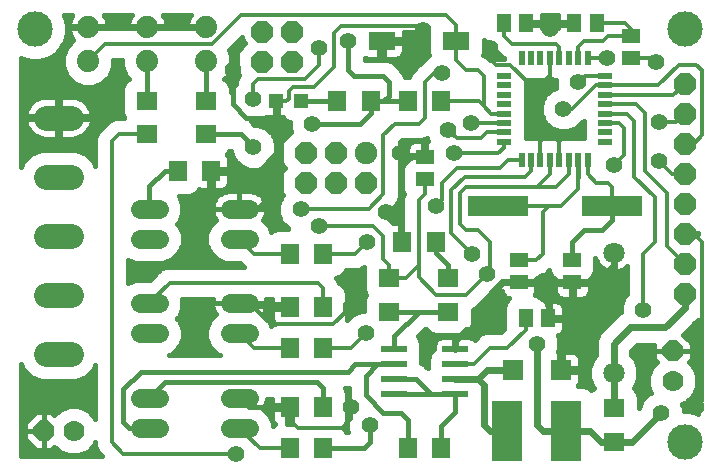
<source format=gbr>
G75*
%MOIN*%
%OFA0B0*%
%FSLAX25Y25*%
%IPPOS*%
%LPD*%
%AMOC8*
5,1,8,0,0,1.08239X$1,22.5*
%
%ADD10R,0.05118X0.05906*%
%ADD11R,0.05906X0.05118*%
%ADD12R,0.07087X0.06693*%
%ADD13R,0.08661X0.02362*%
%ADD14C,0.07480*%
%ADD15OC8,0.07480*%
%ADD16C,0.07400*%
%ADD17OC8,0.07150*%
%ADD18R,0.09843X0.20472*%
%ADD19R,0.04724X0.04724*%
%ADD20C,0.06299*%
%ADD21C,0.06350*%
%ADD22R,0.06299X0.07098*%
%ADD23R,0.07098X0.06299*%
%ADD24R,0.09055X0.06299*%
%ADD25C,0.08350*%
%ADD26R,0.20000X0.07000*%
%ADD27C,0.07087*%
%ADD28OC8,0.07000*%
%ADD29C,0.07000*%
%ADD30R,0.01969X0.05000*%
%ADD31R,0.05000X0.01969*%
%ADD32C,0.02400*%
%ADD33C,0.01600*%
%ADD34C,0.05600*%
%ADD35C,0.01378*%
%ADD36C,0.05512*%
%ADD37C,0.11811*%
D10*
X0199552Y0056918D03*
X0207032Y0056918D03*
X0199650Y0155343D03*
X0192170Y0155343D03*
X0215792Y0155343D03*
X0223272Y0155343D03*
D11*
X0234788Y0151209D03*
X0234788Y0143729D03*
X0165890Y0110855D03*
X0165890Y0103375D03*
X0197386Y0076406D03*
X0197386Y0068926D03*
X0215103Y0068926D03*
X0215103Y0076406D03*
D12*
X0211363Y0039733D03*
X0195221Y0039733D03*
D13*
X0176127Y0041702D03*
X0176127Y0046702D03*
X0176127Y0036702D03*
X0176127Y0031702D03*
X0155654Y0031702D03*
X0155654Y0036702D03*
X0155654Y0041702D03*
X0155654Y0046702D03*
D14*
X0146363Y0112115D03*
D15*
X0136363Y0112115D03*
X0126363Y0112115D03*
X0126363Y0102115D03*
X0136363Y0102115D03*
X0146363Y0102115D03*
D16*
X0093056Y0142675D03*
X0093056Y0154075D03*
X0073371Y0154075D03*
X0073371Y0142675D03*
X0053686Y0142675D03*
X0053686Y0154075D03*
D17*
X0111520Y0152469D03*
X0121520Y0152469D03*
X0121520Y0142469D03*
X0111520Y0142469D03*
X0252504Y0135225D03*
X0252504Y0125225D03*
X0252504Y0115225D03*
X0252504Y0105225D03*
X0252504Y0095225D03*
X0252504Y0085225D03*
X0252504Y0075225D03*
X0252504Y0065225D03*
D18*
X0213134Y0019517D03*
X0193449Y0019517D03*
D19*
X0124749Y0129261D03*
X0116481Y0129261D03*
D20*
X0107308Y0093414D02*
X0101008Y0093414D01*
X0101008Y0083414D02*
X0107308Y0083414D01*
X0107308Y0061918D02*
X0101008Y0061918D01*
X0101008Y0051918D02*
X0107308Y0051918D01*
X0107308Y0030422D02*
X0101008Y0030422D01*
X0101008Y0020422D02*
X0107308Y0020422D01*
X0077229Y0030422D02*
X0070930Y0030422D01*
X0070930Y0061918D02*
X0077229Y0061918D01*
X0077229Y0093414D02*
X0070930Y0093414D01*
D21*
X0070904Y0083414D02*
X0077254Y0083414D01*
X0077254Y0051918D02*
X0070904Y0051918D01*
X0070904Y0020422D02*
X0077254Y0020422D01*
D22*
X0120922Y0013611D03*
X0132119Y0013611D03*
X0132119Y0027391D03*
X0120922Y0027391D03*
X0120922Y0047076D03*
X0132119Y0047076D03*
X0132119Y0060855D03*
X0120922Y0060855D03*
X0120922Y0078572D03*
X0132119Y0078572D03*
X0158323Y0082509D03*
X0169520Y0082509D03*
X0171489Y0129261D03*
X0160292Y0129261D03*
X0147867Y0129261D03*
X0136670Y0129261D03*
X0094717Y0106131D03*
X0083520Y0106131D03*
X0160292Y0013611D03*
X0171489Y0013611D03*
D23*
X0228882Y0015887D03*
X0228882Y0027083D03*
X0173764Y0059194D03*
X0173764Y0070391D03*
X0154079Y0070391D03*
X0154079Y0059194D03*
X0093056Y0118249D03*
X0093056Y0129446D03*
X0073371Y0129446D03*
X0073371Y0118249D03*
D24*
X0151520Y0149438D03*
X0176323Y0149438D03*
D25*
X0048018Y0123877D02*
X0039668Y0123877D01*
X0039668Y0104177D02*
X0048018Y0104177D01*
X0048018Y0084477D02*
X0039668Y0084477D01*
X0039668Y0064777D02*
X0048018Y0064777D01*
X0048018Y0044977D02*
X0039668Y0044977D01*
D26*
X0190197Y0094320D03*
X0228197Y0094320D03*
D27*
X0228882Y0078887D03*
X0228882Y0038887D03*
D28*
X0248567Y0046170D03*
X0038843Y0019517D03*
D29*
X0048843Y0019517D03*
X0248567Y0036170D03*
D30*
X0220221Y0109900D03*
X0217071Y0109900D03*
X0213922Y0109900D03*
X0210772Y0109900D03*
X0207623Y0109900D03*
X0204473Y0109900D03*
X0201323Y0109900D03*
X0198174Y0109900D03*
X0198174Y0143700D03*
X0201323Y0143700D03*
X0204473Y0143700D03*
X0207623Y0143700D03*
X0210772Y0143700D03*
X0213922Y0143700D03*
X0217071Y0143700D03*
X0220221Y0143700D03*
D31*
X0226097Y0137824D03*
X0226097Y0134674D03*
X0226097Y0131524D03*
X0226097Y0128375D03*
X0226097Y0125225D03*
X0226097Y0122076D03*
X0226097Y0118926D03*
X0226097Y0115776D03*
X0192297Y0115776D03*
X0192297Y0118926D03*
X0192297Y0122076D03*
X0192297Y0125225D03*
X0192297Y0128375D03*
X0192297Y0131524D03*
X0192297Y0134674D03*
X0192297Y0137824D03*
D32*
X0228882Y0078887D02*
X0228882Y0074635D01*
X0228882Y0060855D01*
X0224945Y0056918D01*
X0215103Y0056918D01*
X0221008Y0051013D01*
X0221008Y0043139D01*
X0217603Y0039733D01*
X0211363Y0039733D01*
X0203292Y0048552D02*
X0203292Y0021485D01*
X0205260Y0019517D01*
X0213134Y0019517D01*
X0221008Y0019517D01*
X0224638Y0015887D01*
X0228882Y0015887D01*
X0235095Y0015887D01*
X0244630Y0025422D01*
X0228882Y0027083D02*
X0228882Y0038887D01*
X0228882Y0048552D01*
X0234296Y0053965D01*
X0246107Y0053965D01*
X0252504Y0060363D01*
X0252504Y0065225D01*
X0228882Y0074635D02*
X0223174Y0068926D01*
X0215103Y0068926D01*
X0207032Y0068926D01*
X0197386Y0068926D01*
X0191678Y0068926D01*
X0187544Y0064792D01*
X0187544Y0054950D01*
X0185575Y0052981D01*
X0179670Y0052981D01*
X0176127Y0049438D01*
X0176127Y0046702D01*
X0183607Y0036702D02*
X0186638Y0039733D01*
X0195221Y0039733D01*
X0185575Y0034733D02*
X0183607Y0036702D01*
X0176127Y0036702D01*
X0185575Y0034733D02*
X0185575Y0021485D01*
X0187544Y0019517D01*
X0193449Y0019517D01*
X0207032Y0056918D02*
X0215103Y0056918D01*
D33*
X0031363Y0041739D02*
X0031363Y0010974D01*
X0058492Y0010974D01*
X0056960Y0012506D01*
X0056134Y0014500D01*
X0056134Y0015593D01*
X0055826Y0014851D01*
X0053509Y0012534D01*
X0050481Y0011280D01*
X0047205Y0011280D01*
X0044177Y0012534D01*
X0042473Y0014237D01*
X0041453Y0013217D01*
X0038843Y0013217D01*
X0038843Y0019516D01*
X0038843Y0019516D01*
X0038843Y0013217D01*
X0036233Y0013217D01*
X0032543Y0016907D01*
X0032543Y0019516D01*
X0038843Y0019516D01*
X0038843Y0019517D01*
X0038843Y0025817D01*
X0036233Y0025817D01*
X0032543Y0022126D01*
X0032543Y0019517D01*
X0038843Y0019517D01*
X0038843Y0019517D01*
X0038843Y0025817D01*
X0041453Y0025817D01*
X0042473Y0024796D01*
X0044177Y0026500D01*
X0047205Y0027754D01*
X0050481Y0027754D01*
X0053509Y0026500D01*
X0055826Y0024182D01*
X0056134Y0023440D01*
X0056134Y0041283D01*
X0055573Y0039929D01*
X0053066Y0037422D01*
X0049791Y0036065D01*
X0037896Y0036065D01*
X0034620Y0037422D01*
X0032113Y0039929D01*
X0031363Y0041739D01*
X0031363Y0040904D02*
X0031709Y0040904D01*
X0031363Y0039306D02*
X0032736Y0039306D01*
X0031363Y0037707D02*
X0034335Y0037707D01*
X0031363Y0036109D02*
X0037791Y0036109D01*
X0031363Y0034510D02*
X0056134Y0034510D01*
X0056134Y0032912D02*
X0031363Y0032912D01*
X0031363Y0031313D02*
X0056134Y0031313D01*
X0056134Y0029715D02*
X0031363Y0029715D01*
X0031363Y0028116D02*
X0056134Y0028116D01*
X0056134Y0026518D02*
X0053465Y0026518D01*
X0055089Y0024919D02*
X0056134Y0024919D01*
X0065497Y0022391D02*
X0065497Y0033296D01*
X0071402Y0039202D01*
X0140300Y0039202D01*
X0142800Y0041702D01*
X0150142Y0041702D01*
X0146205Y0037765D01*
X0146205Y0031328D01*
X0152111Y0025422D01*
X0158016Y0025422D01*
X0160292Y0023146D01*
X0160292Y0013611D01*
X0171489Y0013611D02*
X0171489Y0021178D01*
X0176127Y0025816D01*
X0176127Y0031702D01*
X0167859Y0031702D01*
X0162859Y0036702D01*
X0155654Y0036702D01*
X0155654Y0041702D02*
X0150142Y0041702D01*
X0155654Y0046702D02*
X0155654Y0050926D01*
X0163922Y0059194D01*
X0154079Y0059194D01*
X0145793Y0059534D02*
X0144706Y0059534D01*
X0141936Y0058386D01*
X0140005Y0056456D01*
X0140005Y0065347D01*
X0139284Y0067088D01*
X0137952Y0068420D01*
X0137324Y0068680D01*
X0136719Y0070141D01*
X0136468Y0070392D01*
X0137952Y0071007D01*
X0139284Y0072339D01*
X0139618Y0073146D01*
X0143840Y0073146D01*
X0145793Y0073955D01*
X0145793Y0066299D01*
X0146417Y0064792D01*
X0145793Y0063286D01*
X0145793Y0059534D01*
X0145793Y0060086D02*
X0140005Y0060086D01*
X0140005Y0058488D02*
X0142181Y0058488D01*
X0140439Y0056889D02*
X0140005Y0056889D01*
X0140005Y0061685D02*
X0145793Y0061685D01*
X0145793Y0063283D02*
X0140005Y0063283D01*
X0140005Y0064882D02*
X0146380Y0064882D01*
X0145793Y0066480D02*
X0139536Y0066480D01*
X0138293Y0068079D02*
X0145793Y0068079D01*
X0145793Y0069677D02*
X0136911Y0069677D01*
X0138221Y0071276D02*
X0145793Y0071276D01*
X0145793Y0072874D02*
X0139506Y0072874D01*
X0157549Y0083284D02*
X0157549Y0088858D01*
X0155404Y0088858D01*
X0153411Y0090850D01*
X0152894Y0091367D01*
X0156711Y0095183D01*
X0157537Y0097177D01*
X0157537Y0115694D01*
X0158295Y0116453D01*
X0165001Y0116453D01*
X0166740Y0117173D01*
X0167137Y0116214D01*
X0166370Y0116214D01*
X0166370Y0111335D01*
X0165411Y0111335D01*
X0165411Y0116214D01*
X0162662Y0116214D01*
X0162121Y0116107D01*
X0161611Y0115895D01*
X0161153Y0115589D01*
X0160763Y0115199D01*
X0160456Y0114740D01*
X0160245Y0114231D01*
X0160138Y0113690D01*
X0160138Y0111335D01*
X0165411Y0111335D01*
X0165411Y0110671D01*
X0161995Y0110671D01*
X0161282Y0110376D01*
X0160138Y0110376D01*
X0160138Y0109833D01*
X0158922Y0108617D01*
X0158201Y0106876D01*
X0158201Y0099873D01*
X0158867Y0098264D01*
X0158496Y0097367D01*
X0158496Y0083284D01*
X0157549Y0083284D01*
X0157549Y0084064D02*
X0158496Y0084064D01*
X0158496Y0085663D02*
X0157549Y0085663D01*
X0157549Y0087261D02*
X0158496Y0087261D01*
X0158496Y0088860D02*
X0155402Y0088860D01*
X0153803Y0090458D02*
X0158496Y0090458D01*
X0158496Y0092057D02*
X0153584Y0092057D01*
X0153411Y0090850D02*
X0153411Y0090850D01*
X0155183Y0093655D02*
X0158496Y0093655D01*
X0158496Y0095254D02*
X0156740Y0095254D01*
X0157402Y0096852D02*
X0158496Y0096852D01*
X0158790Y0098451D02*
X0157537Y0098451D01*
X0157537Y0100049D02*
X0158201Y0100049D01*
X0158201Y0101648D02*
X0157537Y0101648D01*
X0157537Y0103246D02*
X0158201Y0103246D01*
X0158201Y0104845D02*
X0157537Y0104845D01*
X0157537Y0106443D02*
X0158201Y0106443D01*
X0158683Y0108042D02*
X0157537Y0108042D01*
X0157537Y0109640D02*
X0159945Y0109640D01*
X0157537Y0111239D02*
X0165411Y0111239D01*
X0165411Y0112837D02*
X0166370Y0112837D01*
X0166370Y0114436D02*
X0165411Y0114436D01*
X0165411Y0116034D02*
X0166370Y0116034D01*
X0161946Y0116034D02*
X0157877Y0116034D01*
X0157537Y0114436D02*
X0160330Y0114436D01*
X0160138Y0112837D02*
X0157537Y0112837D01*
X0147867Y0125509D02*
X0144237Y0121879D01*
X0128489Y0121879D01*
X0121446Y0119187D02*
X0117886Y0115626D01*
X0117886Y0108604D01*
X0119374Y0107115D01*
X0117886Y0105626D01*
X0117886Y0098604D01*
X0118523Y0097966D01*
X0118162Y0097605D01*
X0117015Y0094835D01*
X0117015Y0091836D01*
X0118162Y0089066D01*
X0120282Y0086946D01*
X0120495Y0086858D01*
X0116830Y0086858D01*
X0115089Y0086137D01*
X0114825Y0085873D01*
X0113994Y0087882D01*
X0112052Y0089823D01*
X0112396Y0090296D01*
X0112821Y0091130D01*
X0113111Y0092021D01*
X0113257Y0092946D01*
X0113257Y0093414D01*
X0104158Y0093414D01*
X0104158Y0093414D01*
X0095059Y0093414D01*
X0095059Y0092946D01*
X0095205Y0092021D01*
X0095495Y0091130D01*
X0095920Y0090296D01*
X0096264Y0089823D01*
X0094322Y0087882D01*
X0093122Y0084983D01*
X0093122Y0081845D01*
X0094322Y0078947D01*
X0096541Y0076728D01*
X0099440Y0075528D01*
X0104371Y0075528D01*
X0105744Y0074155D01*
X0079811Y0074155D01*
X0077817Y0073329D01*
X0074292Y0069805D01*
X0069361Y0069805D01*
X0066986Y0068821D01*
X0066986Y0076474D01*
X0069331Y0075502D01*
X0078828Y0075502D01*
X0081736Y0076707D01*
X0083961Y0078932D01*
X0085166Y0081840D01*
X0085166Y0084988D01*
X0083961Y0087896D01*
X0083413Y0088445D01*
X0083915Y0088947D01*
X0085115Y0091845D01*
X0085115Y0094983D01*
X0083930Y0097844D01*
X0087612Y0097844D01*
X0089353Y0098566D01*
X0090686Y0099898D01*
X0090692Y0099913D01*
X0090751Y0099889D01*
X0091292Y0099781D01*
X0093942Y0099781D01*
X0093942Y0105356D01*
X0095492Y0105356D01*
X0095492Y0106906D01*
X0100667Y0106906D01*
X0100667Y0109956D01*
X0100559Y0110497D01*
X0100348Y0111006D01*
X0100042Y0111465D01*
X0099856Y0111651D01*
X0100621Y0112416D01*
X0100743Y0112712D01*
X0101267Y0112712D01*
X0101267Y0112506D01*
X0102414Y0109735D01*
X0104534Y0107615D01*
X0107304Y0106468D01*
X0110303Y0106468D01*
X0113073Y0107615D01*
X0115193Y0109735D01*
X0116341Y0112506D01*
X0116341Y0115504D01*
X0115193Y0118274D01*
X0113073Y0120394D01*
X0110303Y0121542D01*
X0109097Y0121542D01*
X0107922Y0122717D01*
X0110066Y0122717D01*
X0112820Y0123857D01*
X0113208Y0124245D01*
X0113302Y0124206D01*
X0113843Y0124098D01*
X0116100Y0124098D01*
X0116100Y0128879D01*
X0116862Y0128879D01*
X0116862Y0124098D01*
X0118487Y0124098D01*
X0119703Y0122883D01*
X0120952Y0122365D01*
X0120952Y0120380D01*
X0121446Y0119187D01*
X0121427Y0119231D02*
X0114236Y0119231D01*
X0115459Y0117633D02*
X0119892Y0117633D01*
X0118294Y0116034D02*
X0116121Y0116034D01*
X0116341Y0114436D02*
X0117886Y0114436D01*
X0117886Y0112837D02*
X0116341Y0112837D01*
X0116481Y0112036D02*
X0110575Y0106131D01*
X0094717Y0106131D01*
X0095492Y0106443D02*
X0118702Y0106443D01*
X0118447Y0108042D02*
X0113500Y0108042D01*
X0115098Y0109640D02*
X0117886Y0109640D01*
X0117886Y0111239D02*
X0115816Y0111239D01*
X0116481Y0112036D02*
X0116481Y0100028D01*
X0109867Y0093414D01*
X0104158Y0093414D01*
X0104158Y0093414D01*
X0113257Y0093414D01*
X0113257Y0093882D01*
X0113111Y0094807D01*
X0112821Y0095698D01*
X0112396Y0096532D01*
X0111846Y0097290D01*
X0111184Y0097952D01*
X0110426Y0098503D01*
X0109591Y0098928D01*
X0108701Y0099217D01*
X0107776Y0099364D01*
X0104158Y0099364D01*
X0100540Y0099364D01*
X0099615Y0099217D01*
X0098725Y0098928D01*
X0097890Y0098503D01*
X0097132Y0097952D01*
X0096470Y0097290D01*
X0095920Y0096532D01*
X0095495Y0095698D01*
X0095205Y0094807D01*
X0095059Y0093882D01*
X0095059Y0093414D01*
X0104158Y0093414D01*
X0104158Y0099364D01*
X0104158Y0093414D01*
X0104158Y0093414D01*
X0104158Y0093655D02*
X0104158Y0093655D01*
X0104158Y0095254D02*
X0104158Y0095254D01*
X0104158Y0096852D02*
X0104158Y0096852D01*
X0104158Y0098451D02*
X0104158Y0098451D01*
X0100348Y0101255D02*
X0100042Y0100797D01*
X0099652Y0100407D01*
X0099193Y0100100D01*
X0098683Y0099889D01*
X0098142Y0099781D01*
X0095492Y0099781D01*
X0095492Y0105356D01*
X0100667Y0105356D01*
X0100667Y0102306D01*
X0100559Y0101765D01*
X0100348Y0101255D01*
X0100511Y0101648D02*
X0117886Y0101648D01*
X0117886Y0103246D02*
X0100667Y0103246D01*
X0100667Y0104845D02*
X0117886Y0104845D01*
X0117886Y0100049D02*
X0099070Y0100049D01*
X0097818Y0098451D02*
X0089075Y0098451D01*
X0084341Y0096852D02*
X0096152Y0096852D01*
X0095350Y0095254D02*
X0085003Y0095254D01*
X0085115Y0093655D02*
X0095059Y0093655D01*
X0095200Y0092057D02*
X0085115Y0092057D01*
X0084541Y0090458D02*
X0095837Y0090458D01*
X0095300Y0088860D02*
X0083828Y0088860D01*
X0084224Y0087261D02*
X0094065Y0087261D01*
X0093403Y0085663D02*
X0084886Y0085663D01*
X0085166Y0084064D02*
X0093122Y0084064D01*
X0093122Y0082466D02*
X0085166Y0082466D01*
X0084763Y0080867D02*
X0093527Y0080867D01*
X0094189Y0079269D02*
X0084101Y0079269D01*
X0082699Y0077670D02*
X0095599Y0077670D01*
X0098126Y0076072D02*
X0080202Y0076072D01*
X0077362Y0072874D02*
X0066986Y0072874D01*
X0066986Y0071276D02*
X0075764Y0071276D01*
X0069054Y0069677D02*
X0066986Y0069677D01*
X0066986Y0074473D02*
X0105426Y0074473D01*
X0104158Y0061918D02*
X0113257Y0061918D01*
X0104158Y0061918D01*
X0104158Y0061918D01*
X0095059Y0061918D01*
X0095059Y0061450D01*
X0095205Y0060525D01*
X0095495Y0059634D01*
X0095920Y0058800D01*
X0096264Y0058327D01*
X0094322Y0056386D01*
X0093122Y0053487D01*
X0093122Y0050349D01*
X0094322Y0047451D01*
X0096541Y0045232D01*
X0097733Y0044739D01*
X0080596Y0044739D01*
X0081736Y0045211D01*
X0083961Y0047436D01*
X0085166Y0050344D01*
X0085166Y0053492D01*
X0083961Y0056400D01*
X0083413Y0056949D01*
X0083915Y0057451D01*
X0085115Y0060349D01*
X0085115Y0063303D01*
X0095204Y0063303D01*
X0095059Y0062386D01*
X0095059Y0061918D01*
X0104158Y0061918D01*
X0104158Y0061918D01*
X0112052Y0058327D02*
X0112396Y0058800D01*
X0112821Y0059634D01*
X0113111Y0060525D01*
X0113257Y0061450D01*
X0113257Y0061918D01*
X0113257Y0062386D01*
X0113112Y0063303D01*
X0114972Y0063303D01*
X0114972Y0061630D01*
X0120147Y0061630D01*
X0120147Y0060080D01*
X0114972Y0060080D01*
X0114972Y0057030D01*
X0115080Y0056489D01*
X0115291Y0055980D01*
X0115597Y0055521D01*
X0115987Y0055131D01*
X0116097Y0055058D01*
X0115089Y0054641D01*
X0114825Y0054377D01*
X0113994Y0056386D01*
X0112052Y0058327D01*
X0112169Y0058488D02*
X0114972Y0058488D01*
X0115000Y0056889D02*
X0113490Y0056889D01*
X0114447Y0055291D02*
X0115827Y0055291D01*
X0112968Y0060086D02*
X0120147Y0060086D01*
X0114972Y0061685D02*
X0113257Y0061685D01*
X0113115Y0063283D02*
X0114972Y0063283D01*
X0096146Y0058488D02*
X0084344Y0058488D01*
X0085007Y0060086D02*
X0095348Y0060086D01*
X0095059Y0061685D02*
X0085115Y0061685D01*
X0085115Y0063283D02*
X0095201Y0063283D01*
X0094826Y0056889D02*
X0083472Y0056889D01*
X0084421Y0055291D02*
X0093869Y0055291D01*
X0093207Y0053692D02*
X0085083Y0053692D01*
X0085166Y0052094D02*
X0093122Y0052094D01*
X0093122Y0050495D02*
X0085166Y0050495D01*
X0084566Y0048897D02*
X0093723Y0048897D01*
X0094475Y0047298D02*
X0083823Y0047298D01*
X0082225Y0045700D02*
X0096073Y0045700D01*
X0079414Y0035757D02*
X0074079Y0030422D01*
X0079414Y0035757D02*
X0129965Y0035757D01*
X0132119Y0033603D01*
X0132119Y0027391D01*
X0140005Y0028116D02*
X0141586Y0028116D01*
X0141511Y0028191D02*
X0142620Y0027082D01*
X0141292Y0025754D01*
X0140145Y0022984D01*
X0140145Y0019986D01*
X0140492Y0019148D01*
X0139572Y0019148D01*
X0139284Y0019844D01*
X0138627Y0020501D01*
X0139284Y0021158D01*
X0140005Y0022899D01*
X0140005Y0031882D01*
X0139284Y0033623D01*
X0139243Y0033665D01*
X0140668Y0033665D01*
X0140668Y0030226D01*
X0141511Y0028191D01*
X0140880Y0029715D02*
X0140005Y0029715D01*
X0140005Y0031313D02*
X0140668Y0031313D01*
X0140668Y0032912D02*
X0139579Y0032912D01*
X0140005Y0026518D02*
X0142055Y0026518D01*
X0140946Y0024919D02*
X0140005Y0024919D01*
X0140005Y0023321D02*
X0140284Y0023321D01*
X0140145Y0021722D02*
X0139518Y0021722D01*
X0139004Y0020124D02*
X0140145Y0020124D01*
X0147682Y0021485D02*
X0147682Y0015580D01*
X0145713Y0013611D01*
X0132119Y0013611D01*
X0121697Y0021897D02*
X0120147Y0021897D01*
X0120147Y0026616D01*
X0114972Y0026616D01*
X0114972Y0023566D01*
X0115080Y0023025D01*
X0115291Y0022515D01*
X0115597Y0022056D01*
X0115987Y0021666D01*
X0116097Y0021593D01*
X0115194Y0021220D01*
X0115194Y0021991D01*
X0113994Y0024889D01*
X0112052Y0026831D01*
X0112396Y0027304D01*
X0112821Y0028138D01*
X0113111Y0029029D01*
X0113257Y0029954D01*
X0113257Y0030220D01*
X0114972Y0030220D01*
X0114972Y0028165D01*
X0120147Y0028165D01*
X0120147Y0026616D01*
X0121697Y0026616D01*
X0121697Y0021897D01*
X0121697Y0023321D02*
X0120147Y0023321D01*
X0120147Y0024919D02*
X0121697Y0024919D01*
X0121697Y0026518D02*
X0120147Y0026518D01*
X0120922Y0027391D02*
X0107189Y0027391D01*
X0104158Y0030422D01*
X0112365Y0026518D02*
X0114972Y0026518D01*
X0114972Y0024919D02*
X0113964Y0024919D01*
X0114643Y0023321D02*
X0115021Y0023321D01*
X0115194Y0021722D02*
X0115932Y0021722D01*
X0112810Y0028116D02*
X0120147Y0028116D01*
X0114972Y0029715D02*
X0113219Y0029715D01*
X0074079Y0020422D02*
X0067465Y0020422D01*
X0065497Y0022391D01*
X0056134Y0015328D02*
X0056024Y0015328D01*
X0056453Y0013730D02*
X0054705Y0013730D01*
X0052537Y0012131D02*
X0057335Y0012131D01*
X0045149Y0012131D02*
X0031363Y0012131D01*
X0031363Y0013730D02*
X0035720Y0013730D01*
X0034122Y0015328D02*
X0031363Y0015328D01*
X0031363Y0016927D02*
X0032543Y0016927D01*
X0032543Y0018525D02*
X0031363Y0018525D01*
X0031363Y0020124D02*
X0032543Y0020124D01*
X0032543Y0021722D02*
X0031363Y0021722D01*
X0031363Y0023321D02*
X0033738Y0023321D01*
X0035336Y0024919D02*
X0031363Y0024919D01*
X0031363Y0026518D02*
X0044221Y0026518D01*
X0042597Y0024919D02*
X0042350Y0024919D01*
X0038843Y0024919D02*
X0038843Y0024919D01*
X0038843Y0023321D02*
X0038843Y0023321D01*
X0038843Y0021722D02*
X0038843Y0021722D01*
X0038843Y0020124D02*
X0038843Y0020124D01*
X0038843Y0018525D02*
X0038843Y0018525D01*
X0038843Y0016927D02*
X0038843Y0016927D01*
X0038843Y0015328D02*
X0038843Y0015328D01*
X0038843Y0013730D02*
X0038843Y0013730D01*
X0041966Y0013730D02*
X0042981Y0013730D01*
X0049895Y0036109D02*
X0056134Y0036109D01*
X0056134Y0037707D02*
X0053351Y0037707D01*
X0054950Y0039306D02*
X0056134Y0039306D01*
X0056134Y0040904D02*
X0055977Y0040904D01*
X0066986Y0076072D02*
X0067957Y0076072D01*
X0074079Y0093414D02*
X0074079Y0100934D01*
X0079276Y0106131D01*
X0083520Y0106131D01*
X0093942Y0104845D02*
X0095492Y0104845D01*
X0095492Y0103246D02*
X0093942Y0103246D01*
X0093942Y0101648D02*
X0095492Y0101648D01*
X0095492Y0100049D02*
X0093942Y0100049D01*
X0100667Y0108042D02*
X0104108Y0108042D01*
X0102509Y0109640D02*
X0100667Y0109640D01*
X0100193Y0111239D02*
X0101791Y0111239D01*
X0104560Y0118249D02*
X0108804Y0114005D01*
X0104560Y0118249D02*
X0093056Y0118249D01*
X0101914Y0128276D02*
X0106343Y0123847D01*
X0112544Y0123847D01*
X0116481Y0119910D01*
X0116481Y0112036D01*
X0116481Y0119910D02*
X0116481Y0129261D01*
X0116100Y0128822D02*
X0116862Y0128822D01*
X0116862Y0127224D02*
X0116100Y0127224D01*
X0116100Y0125625D02*
X0116862Y0125625D01*
X0118559Y0124027D02*
X0112989Y0124027D01*
X0112022Y0120830D02*
X0120952Y0120830D01*
X0120800Y0122428D02*
X0108211Y0122428D01*
X0101914Y0128276D02*
X0101914Y0139595D01*
X0101085Y0140012D02*
X0103208Y0140012D01*
X0103208Y0139026D02*
X0104099Y0138135D01*
X0103975Y0138011D01*
X0103149Y0136017D01*
X0103149Y0135380D01*
X0102223Y0134454D01*
X0101342Y0132326D01*
X0101342Y0133538D01*
X0100621Y0135279D01*
X0099288Y0136611D01*
X0099030Y0136718D01*
X0100208Y0137896D01*
X0101493Y0140997D01*
X0101493Y0144353D01*
X0100675Y0146328D01*
X0105145Y0150799D01*
X0105145Y0149829D01*
X0106135Y0148839D01*
X0103208Y0145912D01*
X0103208Y0139026D01*
X0103821Y0138413D02*
X0100423Y0138413D01*
X0099127Y0136815D02*
X0103480Y0136815D01*
X0102986Y0135216D02*
X0100646Y0135216D01*
X0101309Y0133618D02*
X0101877Y0133618D01*
X0101493Y0141610D02*
X0103208Y0141610D01*
X0103208Y0143209D02*
X0101493Y0143209D01*
X0101304Y0144807D02*
X0103208Y0144807D01*
X0103702Y0146406D02*
X0100752Y0146406D01*
X0102351Y0148005D02*
X0105301Y0148005D01*
X0105371Y0149603D02*
X0103949Y0149603D01*
X0092856Y0153875D02*
X0086556Y0153875D01*
X0086556Y0153840D01*
X0079871Y0153840D01*
X0079871Y0153875D01*
X0073571Y0153875D01*
X0073571Y0154275D01*
X0079871Y0154275D01*
X0079871Y0154501D01*
X0079759Y0155346D01*
X0079539Y0156169D01*
X0079213Y0156956D01*
X0078787Y0157694D01*
X0078567Y0157980D01*
X0087859Y0157980D01*
X0087639Y0157694D01*
X0087213Y0156956D01*
X0086887Y0156169D01*
X0086667Y0155346D01*
X0086556Y0154501D01*
X0086556Y0154275D01*
X0092856Y0154275D01*
X0092856Y0153875D01*
X0086556Y0154399D02*
X0079871Y0154399D01*
X0079585Y0155997D02*
X0086841Y0155997D01*
X0087583Y0157596D02*
X0078843Y0157596D01*
X0073171Y0154275D02*
X0073171Y0153875D01*
X0066871Y0153875D01*
X0066871Y0153840D01*
X0060186Y0153840D01*
X0060186Y0153875D01*
X0053886Y0153875D01*
X0053886Y0154275D01*
X0060186Y0154275D01*
X0060186Y0154501D01*
X0060074Y0155346D01*
X0059854Y0156169D01*
X0059528Y0156956D01*
X0059102Y0157694D01*
X0058882Y0157980D01*
X0068174Y0157980D01*
X0067954Y0157694D01*
X0067528Y0156956D01*
X0067202Y0156169D01*
X0066982Y0155346D01*
X0066871Y0154501D01*
X0066871Y0154275D01*
X0073171Y0154275D01*
X0067898Y0157596D02*
X0059158Y0157596D01*
X0059900Y0155997D02*
X0067156Y0155997D01*
X0066871Y0154399D02*
X0060186Y0154399D01*
X0053485Y0154275D02*
X0053485Y0153875D01*
X0047186Y0153875D01*
X0047186Y0153649D01*
X0047297Y0152804D01*
X0047517Y0151981D01*
X0047843Y0151194D01*
X0048269Y0150456D01*
X0048788Y0149780D01*
X0048824Y0149744D01*
X0046533Y0147454D01*
X0045249Y0144353D01*
X0045249Y0140997D01*
X0046533Y0137896D01*
X0048906Y0135522D01*
X0052007Y0134238D01*
X0055364Y0134238D01*
X0058465Y0135522D01*
X0060838Y0137896D01*
X0062123Y0140997D01*
X0062123Y0142988D01*
X0064934Y0142988D01*
X0064934Y0140997D01*
X0066218Y0137896D01*
X0067396Y0136718D01*
X0067138Y0136611D01*
X0065806Y0135279D01*
X0065084Y0133538D01*
X0065084Y0125354D01*
X0065708Y0123847D01*
X0065637Y0123675D01*
X0062756Y0123675D01*
X0060762Y0122849D01*
X0058486Y0120573D01*
X0056960Y0119047D01*
X0056134Y0117053D01*
X0056134Y0107872D01*
X0055573Y0109225D01*
X0053066Y0111732D01*
X0049791Y0113089D01*
X0037896Y0113089D01*
X0034620Y0111732D01*
X0032113Y0109225D01*
X0031363Y0107415D01*
X0031363Y0143745D01*
X0031861Y0143458D01*
X0034568Y0142732D01*
X0037370Y0142732D01*
X0040077Y0143458D01*
X0042504Y0144859D01*
X0044485Y0146840D01*
X0045886Y0149267D01*
X0046612Y0151974D01*
X0046612Y0154776D01*
X0045886Y0157483D01*
X0045599Y0157980D01*
X0048489Y0157980D01*
X0048269Y0157694D01*
X0047843Y0156956D01*
X0047517Y0156169D01*
X0047297Y0155346D01*
X0047186Y0154501D01*
X0047186Y0154275D01*
X0053485Y0154275D01*
X0048213Y0157596D02*
X0045821Y0157596D01*
X0046284Y0155997D02*
X0047471Y0155997D01*
X0047186Y0154399D02*
X0046612Y0154399D01*
X0046612Y0152800D02*
X0047298Y0152800D01*
X0047840Y0151202D02*
X0046405Y0151202D01*
X0045976Y0149603D02*
X0048682Y0149603D01*
X0047084Y0148005D02*
X0045157Y0148005D01*
X0046099Y0146406D02*
X0044051Y0146406D01*
X0045437Y0144807D02*
X0042415Y0144807D01*
X0045249Y0143209D02*
X0039149Y0143209D01*
X0045249Y0141610D02*
X0031363Y0141610D01*
X0031363Y0140012D02*
X0045656Y0140012D01*
X0046319Y0138413D02*
X0031363Y0138413D01*
X0031363Y0136815D02*
X0047614Y0136815D01*
X0049645Y0135216D02*
X0031363Y0135216D01*
X0031363Y0133618D02*
X0065118Y0133618D01*
X0065084Y0132019D02*
X0031363Y0132019D01*
X0031363Y0130421D02*
X0037240Y0130421D01*
X0037421Y0130496D02*
X0036577Y0130146D01*
X0035785Y0129689D01*
X0035060Y0129132D01*
X0034413Y0128486D01*
X0033856Y0127760D01*
X0033399Y0126969D01*
X0033049Y0126124D01*
X0032813Y0125241D01*
X0032699Y0124377D01*
X0043343Y0124377D01*
X0043343Y0123377D01*
X0044343Y0123377D01*
X0044343Y0116902D01*
X0048475Y0116902D01*
X0049381Y0117022D01*
X0050265Y0117258D01*
X0051109Y0117608D01*
X0051901Y0118065D01*
X0052627Y0118622D01*
X0053273Y0119268D01*
X0053830Y0119994D01*
X0054287Y0120786D01*
X0054637Y0121630D01*
X0054873Y0122514D01*
X0054987Y0123377D01*
X0044343Y0123377D01*
X0044343Y0124377D01*
X0054987Y0124377D01*
X0054873Y0125241D01*
X0054637Y0126124D01*
X0054287Y0126969D01*
X0053830Y0127760D01*
X0053273Y0128486D01*
X0052627Y0129132D01*
X0051901Y0129689D01*
X0051109Y0130146D01*
X0050265Y0130496D01*
X0049381Y0130733D01*
X0048475Y0130852D01*
X0044343Y0130852D01*
X0044343Y0124377D01*
X0043343Y0124377D01*
X0043343Y0130852D01*
X0039211Y0130852D01*
X0038305Y0130733D01*
X0037421Y0130496D01*
X0034750Y0128822D02*
X0031363Y0128822D01*
X0031363Y0127224D02*
X0033547Y0127224D01*
X0032916Y0125625D02*
X0031363Y0125625D01*
X0031363Y0124027D02*
X0043343Y0124027D01*
X0043343Y0123377D02*
X0032699Y0123377D01*
X0032813Y0122514D01*
X0033049Y0121630D01*
X0033399Y0120786D01*
X0033856Y0119994D01*
X0034413Y0119268D01*
X0035060Y0118622D01*
X0035785Y0118065D01*
X0036577Y0117608D01*
X0037421Y0117258D01*
X0038305Y0117022D01*
X0039211Y0116902D01*
X0043343Y0116902D01*
X0043343Y0123377D01*
X0043343Y0122428D02*
X0044343Y0122428D01*
X0044343Y0120830D02*
X0043343Y0120830D01*
X0043343Y0119231D02*
X0044343Y0119231D01*
X0044343Y0117633D02*
X0043343Y0117633D01*
X0050398Y0112837D02*
X0056134Y0112837D01*
X0056134Y0111239D02*
X0053559Y0111239D01*
X0055158Y0109640D02*
X0056134Y0109640D01*
X0056134Y0108042D02*
X0056063Y0108042D01*
X0056134Y0114436D02*
X0031363Y0114436D01*
X0031363Y0116034D02*
X0056134Y0116034D01*
X0056374Y0117633D02*
X0051152Y0117633D01*
X0053236Y0119231D02*
X0057144Y0119231D01*
X0058743Y0120830D02*
X0054305Y0120830D01*
X0054850Y0122428D02*
X0060341Y0122428D01*
X0065634Y0124027D02*
X0044343Y0124027D01*
X0044343Y0125625D02*
X0043343Y0125625D01*
X0043343Y0127224D02*
X0044343Y0127224D01*
X0044343Y0128822D02*
X0043343Y0128822D01*
X0043343Y0130421D02*
X0044343Y0130421D01*
X0050446Y0130421D02*
X0065084Y0130421D01*
X0065084Y0128822D02*
X0052936Y0128822D01*
X0054139Y0127224D02*
X0065084Y0127224D01*
X0065084Y0125625D02*
X0054770Y0125625D01*
X0057726Y0135216D02*
X0065780Y0135216D01*
X0067299Y0136815D02*
X0059757Y0136815D01*
X0061053Y0138413D02*
X0066004Y0138413D01*
X0065341Y0140012D02*
X0061715Y0140012D01*
X0062123Y0141610D02*
X0064934Y0141610D01*
X0073371Y0142675D02*
X0073371Y0129446D01*
X0093056Y0129446D02*
X0093056Y0142675D01*
X0124749Y0129261D02*
X0136670Y0129261D01*
X0142268Y0137627D02*
X0152111Y0137627D01*
X0154079Y0135658D01*
X0154079Y0131229D01*
X0152111Y0129261D01*
X0160292Y0129261D01*
X0152111Y0129261D02*
X0147867Y0129261D01*
X0147867Y0125509D01*
X0142268Y0137627D02*
X0140300Y0139595D01*
X0140300Y0149438D01*
X0145837Y0143736D02*
X0146176Y0143596D01*
X0146717Y0143488D01*
X0150745Y0143488D01*
X0150745Y0148663D01*
X0152295Y0148663D01*
X0152295Y0150213D01*
X0158848Y0150213D01*
X0158848Y0152500D01*
X0167059Y0152500D01*
X0167059Y0145346D01*
X0167315Y0144727D01*
X0165820Y0143232D01*
X0165769Y0143211D01*
X0162817Y0140258D01*
X0161290Y0138732D01*
X0160800Y0137547D01*
X0159290Y0137547D01*
X0158773Y0138795D01*
X0157216Y0140352D01*
X0155247Y0142321D01*
X0153212Y0143164D01*
X0145837Y0143164D01*
X0145837Y0143736D01*
X0145837Y0143209D02*
X0165768Y0143209D01*
X0167282Y0144807D02*
X0158426Y0144807D01*
X0158529Y0144962D02*
X0158740Y0145471D01*
X0158848Y0146012D01*
X0158848Y0148663D01*
X0152295Y0148663D01*
X0152295Y0143488D01*
X0156324Y0143488D01*
X0156864Y0143596D01*
X0157374Y0143807D01*
X0157833Y0144113D01*
X0158223Y0144503D01*
X0158529Y0144962D01*
X0158848Y0146406D02*
X0167059Y0146406D01*
X0167059Y0148005D02*
X0158848Y0148005D01*
X0158848Y0151202D02*
X0167059Y0151202D01*
X0167059Y0149603D02*
X0152295Y0149603D01*
X0152295Y0148005D02*
X0150745Y0148005D01*
X0150745Y0146406D02*
X0152295Y0146406D01*
X0152295Y0144807D02*
X0150745Y0144807D01*
X0155958Y0141610D02*
X0164169Y0141610D01*
X0162570Y0140012D02*
X0157556Y0140012D01*
X0158931Y0138413D02*
X0161158Y0138413D01*
X0185341Y0144750D02*
X0186680Y0144195D01*
X0187777Y0143098D01*
X0188855Y0143545D01*
X0192452Y0143545D01*
X0192452Y0143605D01*
X0191852Y0143854D01*
X0189096Y0146610D01*
X0187616Y0148089D01*
X0186927Y0148375D01*
X0185595Y0149707D01*
X0185588Y0149724D01*
X0185588Y0145346D01*
X0185341Y0144750D01*
X0185365Y0144807D02*
X0190898Y0144807D01*
X0189300Y0146406D02*
X0185588Y0146406D01*
X0185588Y0148005D02*
X0187701Y0148005D01*
X0185699Y0149603D02*
X0185588Y0149603D01*
X0187667Y0143209D02*
X0188044Y0143209D01*
X0199534Y0136463D02*
X0206399Y0136463D01*
X0207623Y0136970D01*
X0208846Y0136463D01*
X0209534Y0136463D01*
X0209534Y0134159D01*
X0209652Y0133875D01*
X0207906Y0133152D01*
X0205798Y0131044D01*
X0204657Y0128290D01*
X0204657Y0125310D01*
X0205798Y0122556D01*
X0207906Y0120448D01*
X0210660Y0119307D01*
X0213641Y0119307D01*
X0216395Y0120448D01*
X0218126Y0122179D01*
X0218176Y0122200D01*
X0218860Y0122884D01*
X0218860Y0117137D01*
X0211995Y0117137D01*
X0210772Y0116630D01*
X0209549Y0117137D01*
X0205696Y0117137D01*
X0204473Y0116630D01*
X0203250Y0117137D01*
X0199534Y0117137D01*
X0199534Y0124002D01*
X0199534Y0127152D01*
X0199534Y0136463D01*
X0199534Y0135216D02*
X0209534Y0135216D01*
X0209030Y0133618D02*
X0199534Y0133618D01*
X0199534Y0132019D02*
X0206773Y0132019D01*
X0205540Y0130421D02*
X0199534Y0130421D01*
X0199534Y0128822D02*
X0204878Y0128822D01*
X0204657Y0127224D02*
X0199534Y0127224D01*
X0199534Y0125625D02*
X0204657Y0125625D01*
X0205189Y0124027D02*
X0199534Y0124027D01*
X0199534Y0122428D02*
X0205925Y0122428D01*
X0207524Y0120830D02*
X0199534Y0120830D01*
X0199534Y0119231D02*
X0218860Y0119231D01*
X0218860Y0117633D02*
X0199534Y0117633D01*
X0216777Y0120830D02*
X0218860Y0120830D01*
X0218860Y0122428D02*
X0218405Y0122428D01*
X0217071Y0109900D02*
X0217071Y0104162D01*
X0228197Y0094320D02*
X0228197Y0089698D01*
X0224945Y0086446D01*
X0219040Y0086446D01*
X0215103Y0082509D01*
X0215103Y0076406D01*
X0222118Y0071276D02*
X0233299Y0071276D01*
X0233299Y0072874D02*
X0230906Y0072874D01*
X0231317Y0073008D02*
X0232207Y0073461D01*
X0233015Y0074048D01*
X0233299Y0074332D01*
X0233299Y0065104D01*
X0232335Y0064140D01*
X0231188Y0061370D01*
X0231188Y0059104D01*
X0230933Y0058998D01*
X0223849Y0051915D01*
X0222945Y0049733D01*
X0222945Y0044660D01*
X0221863Y0043577D01*
X0220602Y0040534D01*
X0220602Y0037240D01*
X0221863Y0034196D01*
X0222230Y0033829D01*
X0221454Y0033053D01*
X0220739Y0033769D01*
X0218998Y0034490D01*
X0216969Y0034490D01*
X0217081Y0034602D01*
X0217387Y0035060D01*
X0217598Y0035570D01*
X0217706Y0036111D01*
X0217706Y0038933D01*
X0212163Y0038933D01*
X0212163Y0040533D01*
X0217706Y0040533D01*
X0217706Y0043355D01*
X0217598Y0043896D01*
X0217387Y0044406D01*
X0217081Y0044864D01*
X0216691Y0045254D01*
X0216232Y0045561D01*
X0215723Y0045772D01*
X0215182Y0045880D01*
X0212163Y0045880D01*
X0212163Y0040533D01*
X0210563Y0040533D01*
X0210563Y0045880D01*
X0210343Y0045880D01*
X0210829Y0047053D01*
X0210829Y0050051D01*
X0210329Y0051257D01*
X0210408Y0051273D01*
X0210917Y0051484D01*
X0211376Y0051790D01*
X0211766Y0052180D01*
X0212072Y0052639D01*
X0212283Y0053149D01*
X0212391Y0053690D01*
X0212391Y0056439D01*
X0207512Y0056439D01*
X0207512Y0057398D01*
X0212391Y0057398D01*
X0212391Y0060147D01*
X0212283Y0060688D01*
X0212072Y0061197D01*
X0211766Y0061656D01*
X0211376Y0062046D01*
X0210917Y0062352D01*
X0210408Y0062563D01*
X0209867Y0062671D01*
X0207512Y0062671D01*
X0207512Y0057398D01*
X0206848Y0057398D01*
X0206848Y0060813D01*
X0206552Y0061526D01*
X0206552Y0062671D01*
X0206010Y0062671D01*
X0204794Y0063887D01*
X0203053Y0064608D01*
X0202531Y0064608D01*
X0202820Y0065041D01*
X0203031Y0065550D01*
X0203139Y0066091D01*
X0203139Y0068446D01*
X0197866Y0068446D01*
X0197866Y0069110D01*
X0201281Y0069110D01*
X0201994Y0069406D01*
X0203139Y0069406D01*
X0203139Y0069948D01*
X0204171Y0070980D01*
X0204174Y0070980D01*
X0206169Y0071806D01*
X0207413Y0073051D01*
X0207413Y0072905D01*
X0208134Y0071164D01*
X0209350Y0069948D01*
X0209350Y0069406D01*
X0210495Y0069406D01*
X0211208Y0069110D01*
X0214623Y0069110D01*
X0214623Y0068446D01*
X0215582Y0068446D01*
X0215582Y0063567D01*
X0218331Y0063567D01*
X0218872Y0063675D01*
X0219382Y0063886D01*
X0219841Y0064192D01*
X0220231Y0064582D01*
X0220537Y0065041D01*
X0220748Y0065550D01*
X0220856Y0066091D01*
X0220856Y0068446D01*
X0215582Y0068446D01*
X0215582Y0069110D01*
X0218998Y0069110D01*
X0219711Y0069406D01*
X0220856Y0069406D01*
X0220856Y0069948D01*
X0222071Y0071164D01*
X0222793Y0072905D01*
X0222793Y0077102D01*
X0223004Y0076452D01*
X0223457Y0075562D01*
X0224044Y0074754D01*
X0224750Y0074048D01*
X0225558Y0073461D01*
X0226447Y0073008D01*
X0227397Y0072699D01*
X0228383Y0072543D01*
X0228698Y0072543D01*
X0228698Y0078702D01*
X0229067Y0078702D01*
X0229067Y0072543D01*
X0229382Y0072543D01*
X0230368Y0072699D01*
X0231317Y0073008D01*
X0229067Y0072874D02*
X0228698Y0072874D01*
X0228698Y0074473D02*
X0229067Y0074473D01*
X0229067Y0076072D02*
X0228698Y0076072D01*
X0228698Y0077670D02*
X0229067Y0077670D01*
X0224325Y0074473D02*
X0222793Y0074473D01*
X0222793Y0076072D02*
X0223198Y0076072D01*
X0222780Y0072874D02*
X0226858Y0072874D01*
X0220856Y0069677D02*
X0233299Y0069677D01*
X0233299Y0068079D02*
X0220856Y0068079D01*
X0220856Y0066480D02*
X0233299Y0066480D01*
X0233077Y0064882D02*
X0220431Y0064882D01*
X0215582Y0064882D02*
X0214623Y0064882D01*
X0214623Y0063567D02*
X0211874Y0063567D01*
X0211333Y0063675D01*
X0210824Y0063886D01*
X0210365Y0064192D01*
X0209975Y0064582D01*
X0209669Y0065041D01*
X0209458Y0065550D01*
X0209350Y0066091D01*
X0209350Y0068446D01*
X0214623Y0068446D01*
X0214623Y0063567D01*
X0212391Y0060086D02*
X0231188Y0060086D01*
X0231318Y0061685D02*
X0211737Y0061685D01*
X0212391Y0058488D02*
X0230422Y0058488D01*
X0228824Y0056889D02*
X0207512Y0056889D01*
X0207512Y0058488D02*
X0206848Y0058488D01*
X0206848Y0060086D02*
X0207512Y0060086D01*
X0207512Y0061685D02*
X0206552Y0061685D01*
X0205397Y0063283D02*
X0231980Y0063283D01*
X0227225Y0055291D02*
X0212391Y0055291D01*
X0212391Y0053692D02*
X0225627Y0053692D01*
X0224028Y0052094D02*
X0211679Y0052094D01*
X0210645Y0050495D02*
X0223261Y0050495D01*
X0222945Y0048897D02*
X0210829Y0048897D01*
X0210829Y0047298D02*
X0222945Y0047298D01*
X0222945Y0045700D02*
X0215897Y0045700D01*
X0217513Y0044101D02*
X0222387Y0044101D01*
X0221418Y0042503D02*
X0217706Y0042503D01*
X0217706Y0040904D02*
X0220756Y0040904D01*
X0220602Y0039306D02*
X0212163Y0039306D01*
X0212163Y0040904D02*
X0210563Y0040904D01*
X0210563Y0042503D02*
X0212163Y0042503D01*
X0212163Y0044101D02*
X0210563Y0044101D01*
X0210563Y0045700D02*
X0212163Y0045700D01*
X0217706Y0037707D02*
X0220602Y0037707D01*
X0221070Y0036109D02*
X0217706Y0036109D01*
X0216989Y0034510D02*
X0221733Y0034510D01*
X0235535Y0033829D02*
X0235902Y0034196D01*
X0237163Y0037240D01*
X0237163Y0040534D01*
X0235902Y0043577D01*
X0234819Y0044660D01*
X0234819Y0046093D01*
X0236755Y0048028D01*
X0242267Y0048028D01*
X0242267Y0046170D01*
X0242267Y0043561D01*
X0243288Y0042540D01*
X0241584Y0040836D01*
X0240330Y0037809D01*
X0240330Y0034532D01*
X0241297Y0032199D01*
X0240361Y0031812D01*
X0238241Y0029691D01*
X0237169Y0027103D01*
X0237169Y0031175D01*
X0236447Y0032916D01*
X0235535Y0033829D01*
X0236032Y0034510D02*
X0240339Y0034510D01*
X0240330Y0036109D02*
X0236694Y0036109D01*
X0237163Y0037707D02*
X0240330Y0037707D01*
X0240951Y0039306D02*
X0237163Y0039306D01*
X0237009Y0040904D02*
X0241653Y0040904D01*
X0243251Y0042503D02*
X0236347Y0042503D01*
X0235378Y0044101D02*
X0242267Y0044101D01*
X0242267Y0045700D02*
X0234819Y0045700D01*
X0236025Y0047298D02*
X0242267Y0047298D01*
X0242267Y0046170D02*
X0248567Y0046170D01*
X0242267Y0046170D01*
X0248567Y0046170D02*
X0248567Y0046170D01*
X0248568Y0046170D02*
X0248568Y0046170D01*
X0254867Y0046170D01*
X0254867Y0043561D01*
X0253847Y0042540D01*
X0255550Y0040836D01*
X0256804Y0037809D01*
X0256804Y0034532D01*
X0255550Y0031504D01*
X0253233Y0029187D01*
X0251522Y0028478D01*
X0252167Y0026921D01*
X0252167Y0026222D01*
X0253906Y0026222D01*
X0256612Y0025497D01*
X0257110Y0025209D01*
X0257110Y0056572D01*
X0252092Y0051555D01*
X0254867Y0048780D01*
X0254867Y0046170D01*
X0248568Y0046170D01*
X0253152Y0050495D02*
X0257110Y0050495D01*
X0257110Y0048897D02*
X0254750Y0048897D01*
X0254867Y0047298D02*
X0257110Y0047298D01*
X0257110Y0045700D02*
X0254867Y0045700D01*
X0254867Y0044101D02*
X0257110Y0044101D01*
X0257110Y0042503D02*
X0253884Y0042503D01*
X0255482Y0040904D02*
X0257110Y0040904D01*
X0257110Y0039306D02*
X0256184Y0039306D01*
X0256804Y0037707D02*
X0257110Y0037707D01*
X0257110Y0036109D02*
X0256804Y0036109D01*
X0256796Y0034510D02*
X0257110Y0034510D01*
X0257110Y0032912D02*
X0256133Y0032912D01*
X0255359Y0031313D02*
X0257110Y0031313D01*
X0257110Y0029715D02*
X0253761Y0029715D01*
X0251672Y0028116D02*
X0257110Y0028116D01*
X0257110Y0026518D02*
X0252167Y0026518D01*
X0241001Y0032912D02*
X0236449Y0032912D01*
X0237112Y0031313D02*
X0239863Y0031313D01*
X0238264Y0029715D02*
X0237169Y0029715D01*
X0237169Y0028116D02*
X0237588Y0028116D01*
X0252631Y0052094D02*
X0257110Y0052094D01*
X0257110Y0053692D02*
X0254230Y0053692D01*
X0255829Y0055291D02*
X0257110Y0055291D01*
X0215582Y0066480D02*
X0214623Y0066480D01*
X0214623Y0068079D02*
X0215582Y0068079D01*
X0209350Y0068079D02*
X0203139Y0068079D01*
X0203139Y0069677D02*
X0209350Y0069677D01*
X0208088Y0071276D02*
X0204888Y0071276D01*
X0207237Y0072874D02*
X0207426Y0072874D01*
X0209350Y0066480D02*
X0203139Y0066480D01*
X0202714Y0064882D02*
X0209775Y0064882D01*
X0194017Y0063595D02*
X0192977Y0062554D01*
X0192256Y0060813D01*
X0192256Y0053555D01*
X0191202Y0052502D01*
X0186465Y0052502D01*
X0184470Y0051676D01*
X0182547Y0049752D01*
X0182242Y0050058D01*
X0181784Y0050364D01*
X0181274Y0050575D01*
X0180733Y0050683D01*
X0176127Y0050683D01*
X0176127Y0047620D01*
X0176126Y0047620D01*
X0176126Y0050683D01*
X0171520Y0050683D01*
X0170979Y0050575D01*
X0170469Y0050364D01*
X0170011Y0050058D01*
X0169621Y0049668D01*
X0169314Y0049209D01*
X0169103Y0048699D01*
X0168996Y0048158D01*
X0168996Y0046782D01*
X0167780Y0045566D01*
X0167059Y0043825D01*
X0167059Y0040332D01*
X0165995Y0041396D01*
X0164722Y0041923D01*
X0164722Y0043825D01*
X0164566Y0044202D01*
X0164722Y0044578D01*
X0164722Y0048825D01*
X0164001Y0050566D01*
X0163563Y0051004D01*
X0166117Y0053559D01*
X0166199Y0053361D01*
X0167532Y0052028D01*
X0169273Y0051307D01*
X0178256Y0051307D01*
X0179997Y0052028D01*
X0181329Y0053361D01*
X0182051Y0055102D01*
X0182051Y0059905D01*
X0182743Y0060192D01*
X0184270Y0061719D01*
X0186740Y0064189D01*
X0188050Y0064189D01*
X0190804Y0065330D01*
X0191634Y0066159D01*
X0191634Y0066091D01*
X0191741Y0065550D01*
X0191952Y0065041D01*
X0192259Y0064582D01*
X0192649Y0064192D01*
X0193107Y0063886D01*
X0193617Y0063675D01*
X0194017Y0063595D01*
X0193706Y0063283D02*
X0185835Y0063283D01*
X0184236Y0061685D02*
X0192617Y0061685D01*
X0192256Y0060086D02*
X0182488Y0060086D01*
X0182051Y0058488D02*
X0192256Y0058488D01*
X0192256Y0056889D02*
X0182051Y0056889D01*
X0182051Y0055291D02*
X0192256Y0055291D01*
X0192256Y0053692D02*
X0181467Y0053692D01*
X0180062Y0052094D02*
X0185480Y0052094D01*
X0183290Y0050495D02*
X0181466Y0050495D01*
X0176127Y0050495D02*
X0176126Y0050495D01*
X0176126Y0048897D02*
X0176127Y0048897D01*
X0170787Y0050495D02*
X0164030Y0050495D01*
X0164652Y0052094D02*
X0167466Y0052094D01*
X0169185Y0048897D02*
X0164692Y0048897D01*
X0164722Y0047298D02*
X0168996Y0047298D01*
X0167914Y0045700D02*
X0164722Y0045700D01*
X0164607Y0044101D02*
X0167173Y0044101D01*
X0167059Y0042503D02*
X0164722Y0042503D01*
X0166487Y0040904D02*
X0167059Y0040904D01*
X0167859Y0031702D02*
X0155654Y0031702D01*
X0163922Y0059194D02*
X0173764Y0059194D01*
X0173764Y0070391D02*
X0173764Y0074635D01*
X0169520Y0078879D01*
X0169520Y0082509D01*
X0189723Y0064882D02*
X0192058Y0064882D01*
X0252705Y0085025D02*
X0252705Y0085425D01*
X0257110Y0085425D01*
X0257110Y0085025D01*
X0252705Y0085025D01*
X0207996Y0136815D02*
X0207249Y0136815D01*
X0205009Y0153880D02*
X0205009Y0154864D01*
X0200130Y0154864D01*
X0200130Y0155823D01*
X0205009Y0155823D01*
X0205009Y0157980D01*
X0210433Y0157980D01*
X0210433Y0155823D01*
X0215312Y0155823D01*
X0215312Y0154864D01*
X0210433Y0154864D01*
X0210433Y0153880D01*
X0205009Y0153880D01*
X0205009Y0154399D02*
X0210433Y0154399D01*
X0210433Y0155997D02*
X0205009Y0155997D01*
X0205009Y0157596D02*
X0210433Y0157596D01*
X0118038Y0098451D02*
X0110498Y0098451D01*
X0112164Y0096852D02*
X0117850Y0096852D01*
X0117188Y0095254D02*
X0112966Y0095254D01*
X0113257Y0093655D02*
X0117015Y0093655D01*
X0117015Y0092057D02*
X0113116Y0092057D01*
X0112479Y0090458D02*
X0117586Y0090458D01*
X0118369Y0088860D02*
X0113016Y0088860D01*
X0114251Y0087261D02*
X0119967Y0087261D01*
X0037288Y0112837D02*
X0031363Y0112837D01*
X0031363Y0111239D02*
X0034127Y0111239D01*
X0032528Y0109640D02*
X0031363Y0109640D01*
X0031363Y0108042D02*
X0031623Y0108042D01*
X0031363Y0117633D02*
X0036534Y0117633D01*
X0034450Y0119231D02*
X0031363Y0119231D01*
X0031363Y0120830D02*
X0033381Y0120830D01*
X0032836Y0122428D02*
X0031363Y0122428D01*
X0031363Y0143209D02*
X0032789Y0143209D01*
D34*
X0101914Y0139595D03*
X0128489Y0121879D03*
X0108804Y0114005D03*
X0124552Y0093335D03*
X0130804Y0087776D03*
X0146697Y0082509D03*
X0169827Y0094320D03*
X0175733Y0112036D03*
X0173764Y0119910D03*
X0181441Y0122076D03*
X0157524Y0112036D03*
X0181638Y0078572D03*
X0207032Y0068926D03*
X0203292Y0048552D03*
X0238725Y0059871D03*
X0256441Y0027391D03*
X0244630Y0025422D03*
X0147682Y0021485D03*
X0141284Y0027391D03*
X0146205Y0051997D03*
X0102898Y0011643D03*
X0228882Y0108099D03*
X0244138Y0109576D03*
X0244138Y0122371D03*
X0243154Y0142548D03*
X0226746Y0143700D03*
X0217071Y0135658D03*
X0207721Y0153375D03*
X0187827Y0147186D03*
X0165237Y0153170D03*
X0140300Y0149438D03*
D35*
X0135512Y0151981D02*
X0135512Y0140713D01*
X0128981Y0134182D01*
X0122091Y0134182D01*
X0120615Y0132706D01*
X0120615Y0130245D01*
X0119630Y0129261D01*
X0116481Y0129261D01*
X0108575Y0130209D02*
X0108575Y0134938D01*
X0110280Y0136643D01*
X0126119Y0136643D01*
X0130756Y0141280D01*
X0130756Y0147225D01*
X0135512Y0151981D02*
X0137890Y0154359D01*
X0164048Y0154359D01*
X0165237Y0153170D01*
X0161504Y0149438D01*
X0151520Y0149438D01*
X0165890Y0135658D02*
X0168843Y0138611D01*
X0171796Y0138611D01*
X0176323Y0142942D02*
X0179670Y0139595D01*
X0183607Y0139595D01*
X0185575Y0137627D01*
X0185575Y0127784D01*
X0188134Y0125225D01*
X0192297Y0125225D01*
X0192297Y0122076D02*
X0181441Y0122076D01*
X0186560Y0118926D02*
X0184591Y0116957D01*
X0176717Y0116957D01*
X0173764Y0119910D01*
X0165890Y0123847D02*
X0163922Y0121879D01*
X0156048Y0121879D01*
X0152111Y0117942D01*
X0152111Y0098257D01*
X0147189Y0093335D01*
X0124552Y0093335D01*
X0130804Y0087776D02*
X0148812Y0087776D01*
X0152111Y0084477D01*
X0152111Y0076603D01*
X0154079Y0074635D01*
X0154079Y0070391D01*
X0159678Y0070391D01*
X0163922Y0074635D01*
X0163922Y0070698D01*
X0169827Y0064792D01*
X0179670Y0064792D01*
X0186560Y0071682D01*
X0187544Y0072666D01*
X0187544Y0082509D01*
X0183607Y0086446D01*
X0179670Y0086446D01*
X0177701Y0088414D01*
X0177701Y0098749D01*
X0179670Y0100717D01*
X0203292Y0100717D01*
X0207623Y0105048D01*
X0207623Y0109900D01*
X0210772Y0109900D02*
X0210772Y0115580D01*
X0204473Y0121879D01*
X0204473Y0131524D01*
X0200339Y0135658D01*
X0194434Y0141564D01*
X0189796Y0141564D01*
X0187827Y0143532D01*
X0187827Y0147186D01*
X0192170Y0151209D02*
X0192170Y0155343D01*
X0192170Y0151209D02*
X0194926Y0148454D01*
X0209689Y0148454D01*
X0210772Y0147371D01*
X0210772Y0143700D01*
X0207623Y0143700D02*
X0207623Y0138020D01*
X0205260Y0135658D01*
X0200339Y0135658D01*
X0212150Y0126800D02*
X0215103Y0126800D01*
X0222977Y0134674D01*
X0226097Y0134674D01*
X0243646Y0134674D01*
X0250536Y0141564D01*
X0256441Y0141564D01*
X0258410Y0139595D01*
X0258410Y0117942D01*
X0255693Y0115225D01*
X0252504Y0115225D01*
X0244138Y0109576D02*
X0248489Y0105225D01*
X0252504Y0105225D01*
X0246599Y0098749D02*
X0246599Y0081131D01*
X0252504Y0075225D01*
X0258410Y0082509D02*
X0258410Y0029359D01*
X0256441Y0027391D01*
X0238725Y0059871D02*
X0238725Y0078572D01*
X0242662Y0082509D01*
X0242662Y0097272D01*
X0235772Y0104162D01*
X0235772Y0122863D01*
X0233410Y0125225D01*
X0226097Y0125225D01*
X0226097Y0122076D02*
X0230654Y0122076D01*
X0232327Y0120402D01*
X0232327Y0111544D01*
X0228882Y0108099D01*
X0226914Y0102194D02*
X0222977Y0102194D01*
X0220221Y0104950D01*
X0220221Y0109900D01*
X0213922Y0109900D02*
X0213922Y0104950D01*
X0209689Y0100717D01*
X0203292Y0100717D01*
X0199355Y0104162D02*
X0179178Y0104162D01*
X0174749Y0099733D01*
X0174749Y0085461D01*
X0181638Y0078572D01*
X0197386Y0076406D02*
X0203095Y0076406D01*
X0205260Y0078572D01*
X0205260Y0092351D01*
X0207229Y0094320D01*
X0190197Y0094320D01*
X0199355Y0104162D02*
X0201323Y0106131D01*
X0201323Y0109900D01*
X0204473Y0109900D02*
X0204473Y0121879D01*
X0192297Y0118926D02*
X0186560Y0118926D01*
X0192297Y0115776D02*
X0192297Y0113837D01*
X0190497Y0112036D01*
X0175733Y0112036D01*
X0176717Y0107115D02*
X0171796Y0102194D01*
X0171796Y0096288D01*
X0169827Y0094320D01*
X0165890Y0098257D02*
X0163922Y0096288D01*
X0163922Y0074635D01*
X0158323Y0082509D02*
X0158323Y0090076D01*
X0158323Y0107225D01*
X0161953Y0110855D01*
X0158705Y0110855D01*
X0157524Y0112036D01*
X0161953Y0110855D02*
X0165890Y0110855D01*
X0165890Y0103375D02*
X0165890Y0098257D01*
X0158323Y0090076D02*
X0156048Y0092351D01*
X0153095Y0092351D01*
X0146697Y0082509D02*
X0142760Y0078572D01*
X0132119Y0078572D01*
X0120922Y0078572D02*
X0109001Y0078572D01*
X0104158Y0083414D01*
X0080890Y0068729D02*
X0074079Y0061918D01*
X0080890Y0068729D02*
X0130457Y0068729D01*
X0132119Y0067068D01*
X0132119Y0060855D01*
X0135378Y0054950D02*
X0114709Y0054950D01*
X0108804Y0060855D01*
X0105221Y0060855D01*
X0104158Y0061918D01*
X0108804Y0060855D02*
X0120922Y0060855D01*
X0135378Y0054950D02*
X0141284Y0060855D01*
X0146205Y0051997D02*
X0141284Y0047076D01*
X0132119Y0047076D01*
X0120922Y0047076D02*
X0109001Y0047076D01*
X0104158Y0051918D01*
X0120922Y0027391D02*
X0120922Y0023146D01*
X0123567Y0020501D01*
X0138331Y0020501D01*
X0141284Y0023454D01*
X0141284Y0027391D01*
X0120922Y0013611D02*
X0110969Y0013611D01*
X0104158Y0020422D01*
X0102898Y0011643D02*
X0065497Y0011643D01*
X0061560Y0015580D01*
X0061560Y0115973D01*
X0063835Y0118249D01*
X0073371Y0118249D01*
X0053686Y0142675D02*
X0059418Y0148407D01*
X0059418Y0148414D01*
X0095087Y0148414D01*
X0104599Y0157926D01*
X0173150Y0157926D01*
X0176323Y0154753D01*
X0176323Y0149438D01*
X0176323Y0142942D01*
X0165890Y0135658D02*
X0165890Y0123847D01*
X0171489Y0129261D02*
X0184099Y0129261D01*
X0185575Y0127784D01*
X0193774Y0109900D02*
X0190989Y0107115D01*
X0176717Y0107115D01*
X0193774Y0109900D02*
X0198174Y0109900D01*
X0217071Y0104162D02*
X0217071Y0100225D01*
X0211166Y0094320D01*
X0207229Y0094320D01*
X0226914Y0102194D02*
X0228197Y0100910D01*
X0228197Y0094320D01*
X0239217Y0106131D02*
X0246599Y0098749D01*
X0239217Y0106131D02*
X0239217Y0125324D01*
X0236166Y0128375D01*
X0226097Y0128375D01*
X0226097Y0131524D02*
X0248804Y0131524D01*
X0252504Y0135225D01*
X0243154Y0142548D02*
X0241973Y0143729D01*
X0234788Y0143729D01*
X0226746Y0143700D02*
X0220221Y0143700D01*
X0217071Y0143700D02*
X0217071Y0147469D01*
X0219040Y0149438D01*
X0225339Y0149438D01*
X0227111Y0151209D01*
X0234788Y0151209D01*
X0234788Y0153375D01*
X0232819Y0155343D01*
X0223272Y0155343D01*
X0215792Y0155343D02*
X0209689Y0155343D01*
X0207721Y0153375D01*
X0205752Y0155343D01*
X0199650Y0155343D01*
X0219237Y0137824D02*
X0217071Y0135658D01*
X0219237Y0137824D02*
X0226097Y0137824D01*
X0244138Y0122371D02*
X0249650Y0122371D01*
X0252504Y0125225D01*
X0252504Y0085225D02*
X0255693Y0085225D01*
X0258410Y0082509D01*
X0199552Y0056918D02*
X0199552Y0053178D01*
X0193449Y0047076D01*
X0187544Y0047076D01*
X0182170Y0041702D01*
X0176127Y0041702D01*
D36*
X0141284Y0060855D03*
X0153095Y0092351D03*
X0186560Y0071682D03*
X0212150Y0126800D03*
X0171796Y0138611D03*
X0130756Y0147225D03*
X0108575Y0130209D03*
D37*
X0035969Y0153375D03*
X0252504Y0153375D03*
X0252504Y0015580D03*
M02*

</source>
